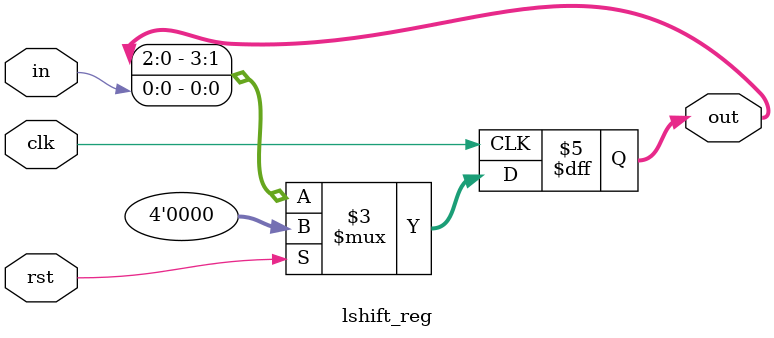
<source format=v>
`timescale 1ns / 1ps
module lshift_reg(in,rst,clk,out);
input in;
input rst,clk;
output reg [3:0]out;
always@(posedge clk) begin
if(rst)
out<=4'b0000;
else 
  out<={out[2:0],in};
end
endmodule

</source>
